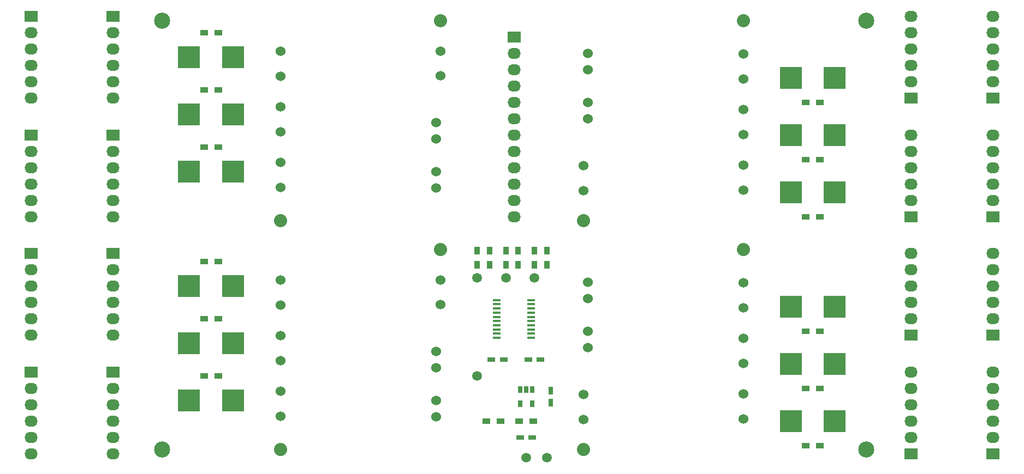
<source format=gbr>
G04 #@! TF.FileFunction,Soldermask,Top*
%FSLAX46Y46*%
G04 Gerber Fmt 4.6, Leading zero omitted, Abs format (unit mm)*
G04 Created by KiCad (PCBNEW 4.0.2-stable) date Friday, June 24, 2016 'pmt' 01:13:37 pm*
%MOMM*%
G01*
G04 APERTURE LIST*
%ADD10C,0.100000*%
%ADD11R,3.500000X3.500000*%
%ADD12R,2.032000X1.727200*%
%ADD13O,2.032000X1.727200*%
%ADD14R,1.200000X0.750000*%
%ADD15R,0.750000X1.200000*%
%ADD16R,1.200000X0.900000*%
%ADD17R,0.650000X1.060000*%
%ADD18R,1.270000X0.406400*%
%ADD19C,1.500000*%
%ADD20R,0.900000X1.200000*%
%ADD21C,2.500000*%
%ADD22C,1.524000*%
%ADD23C,2.032000*%
G04 APERTURE END LIST*
D10*
D11*
X96748600Y-67310000D03*
X89941400Y-67310000D03*
X96748600Y-76200000D03*
X89941400Y-76200000D03*
X96748600Y-85090000D03*
X89941400Y-85090000D03*
X96748600Y-102870000D03*
X89941400Y-102870000D03*
X96748600Y-111760000D03*
X89941400Y-111760000D03*
X96748600Y-120650000D03*
X89941400Y-120650000D03*
X183286400Y-123825000D03*
X190093600Y-123825000D03*
X183286400Y-114935000D03*
X190093600Y-114935000D03*
X183286400Y-106045000D03*
X190093600Y-106045000D03*
X183286400Y-88265000D03*
X190093600Y-88265000D03*
X183286400Y-79375000D03*
X190093600Y-79375000D03*
X183286400Y-70485000D03*
X190093600Y-70485000D03*
D12*
X78105000Y-79375000D03*
D13*
X78105000Y-81915000D03*
X78105000Y-84455000D03*
X78105000Y-86995000D03*
X78105000Y-89535000D03*
X78105000Y-92075000D03*
D12*
X78105000Y-116205000D03*
D13*
X78105000Y-118745000D03*
X78105000Y-121285000D03*
X78105000Y-123825000D03*
X78105000Y-126365000D03*
X78105000Y-128905000D03*
D12*
X65405000Y-116205000D03*
D13*
X65405000Y-118745000D03*
X65405000Y-121285000D03*
X65405000Y-123825000D03*
X65405000Y-126365000D03*
X65405000Y-128905000D03*
D12*
X78105000Y-97790000D03*
D13*
X78105000Y-100330000D03*
X78105000Y-102870000D03*
X78105000Y-105410000D03*
X78105000Y-107950000D03*
X78105000Y-110490000D03*
D12*
X65405000Y-97790000D03*
D13*
X65405000Y-100330000D03*
X65405000Y-102870000D03*
X65405000Y-105410000D03*
X65405000Y-107950000D03*
X65405000Y-110490000D03*
D12*
X214630000Y-128905000D03*
D13*
X214630000Y-126365000D03*
X214630000Y-123825000D03*
X214630000Y-121285000D03*
X214630000Y-118745000D03*
X214630000Y-116205000D03*
D12*
X201930000Y-128905000D03*
D13*
X201930000Y-126365000D03*
X201930000Y-123825000D03*
X201930000Y-121285000D03*
X201930000Y-118745000D03*
X201930000Y-116205000D03*
D12*
X201930000Y-110490000D03*
D13*
X201930000Y-107950000D03*
X201930000Y-105410000D03*
X201930000Y-102870000D03*
X201930000Y-100330000D03*
X201930000Y-97790000D03*
D12*
X214630000Y-110490000D03*
D13*
X214630000Y-107950000D03*
X214630000Y-105410000D03*
X214630000Y-102870000D03*
X214630000Y-100330000D03*
X214630000Y-97790000D03*
D12*
X214630000Y-92075000D03*
D13*
X214630000Y-89535000D03*
X214630000Y-86995000D03*
X214630000Y-84455000D03*
X214630000Y-81915000D03*
X214630000Y-79375000D03*
D12*
X201930000Y-92075000D03*
D13*
X201930000Y-89535000D03*
X201930000Y-86995000D03*
X201930000Y-84455000D03*
X201930000Y-81915000D03*
X201930000Y-79375000D03*
D12*
X201930000Y-73660000D03*
D13*
X201930000Y-71120000D03*
X201930000Y-68580000D03*
X201930000Y-66040000D03*
X201930000Y-63500000D03*
X201930000Y-60960000D03*
D12*
X214630000Y-73660000D03*
D13*
X214630000Y-71120000D03*
X214630000Y-68580000D03*
X214630000Y-66040000D03*
X214630000Y-63500000D03*
X214630000Y-60960000D03*
D12*
X65405000Y-79375000D03*
D13*
X65405000Y-81915000D03*
X65405000Y-84455000D03*
X65405000Y-86995000D03*
X65405000Y-89535000D03*
X65405000Y-92075000D03*
D12*
X78105000Y-60960000D03*
D13*
X78105000Y-63500000D03*
X78105000Y-66040000D03*
X78105000Y-68580000D03*
X78105000Y-71120000D03*
X78105000Y-73660000D03*
D12*
X65405000Y-60960000D03*
D13*
X65405000Y-63500000D03*
X65405000Y-66040000D03*
X65405000Y-68580000D03*
X65405000Y-71120000D03*
X65405000Y-73660000D03*
D14*
X143190000Y-126365000D03*
X141290000Y-126365000D03*
D15*
X146050000Y-120965000D03*
X146050000Y-119065000D03*
D14*
X136845000Y-114300000D03*
X138745000Y-114300000D03*
X144460000Y-114300000D03*
X142560000Y-114300000D03*
D12*
X140335000Y-64135000D03*
D13*
X140335000Y-66675000D03*
X140335000Y-69215000D03*
X140335000Y-71755000D03*
X140335000Y-74295000D03*
X140335000Y-76835000D03*
X140335000Y-79375000D03*
X140335000Y-81915000D03*
X140335000Y-84455000D03*
X140335000Y-86995000D03*
X140335000Y-89535000D03*
X140335000Y-92075000D03*
D16*
X143340000Y-123825000D03*
X141140000Y-123825000D03*
X138260000Y-123825000D03*
X136060000Y-123825000D03*
D17*
X143190000Y-118915000D03*
X142240000Y-118915000D03*
X141290000Y-118915000D03*
X141290000Y-121115000D03*
X143190000Y-121115000D03*
D18*
X137668000Y-105029000D03*
X137668000Y-105664000D03*
X137668000Y-106324400D03*
X137668000Y-106984800D03*
X137668000Y-107619800D03*
X137668000Y-108280200D03*
X137668000Y-108940600D03*
X137668000Y-109575600D03*
X137668000Y-110236000D03*
X137668000Y-110871000D03*
X143002000Y-110871000D03*
X143002000Y-110236000D03*
X143002000Y-109575600D03*
X143002000Y-108940600D03*
X143002000Y-108280200D03*
X143002000Y-107619800D03*
X143002000Y-106984800D03*
X143002000Y-106324400D03*
X143002000Y-105664000D03*
X143002000Y-105029000D03*
D19*
X145415000Y-129540000D03*
X134620000Y-116840000D03*
X142240000Y-129540000D03*
D20*
X143510000Y-99525000D03*
X143510000Y-97325000D03*
X136525000Y-99525000D03*
X136525000Y-97325000D03*
X140970000Y-99525000D03*
X140970000Y-97325000D03*
X145415000Y-99525000D03*
X145415000Y-97325000D03*
X134620000Y-99525000D03*
X134620000Y-97325000D03*
X139065000Y-99525000D03*
X139065000Y-97325000D03*
D16*
X92245000Y-63500000D03*
X94445000Y-63500000D03*
X92245000Y-72390000D03*
X94445000Y-72390000D03*
X92245000Y-81280000D03*
X94445000Y-81280000D03*
X92245000Y-99060000D03*
X94445000Y-99060000D03*
X92245000Y-107950000D03*
X94445000Y-107950000D03*
X92245000Y-116840000D03*
X94445000Y-116840000D03*
X187790000Y-127635000D03*
X185590000Y-127635000D03*
X187790000Y-118745000D03*
X185590000Y-118745000D03*
X187790000Y-109855000D03*
X185590000Y-109855000D03*
X187790000Y-92075000D03*
X185590000Y-92075000D03*
X187790000Y-83185000D03*
X185590000Y-83185000D03*
X187790000Y-74295000D03*
X185590000Y-74295000D03*
D19*
X143510000Y-101600000D03*
X134620000Y-101600000D03*
X139065000Y-101600000D03*
D21*
X85725000Y-61595000D03*
X85725000Y-128270000D03*
X194945000Y-61595000D03*
X194945000Y-128270000D03*
D22*
X128270000Y-87630000D03*
X128270000Y-85090000D03*
X128270000Y-80010000D03*
X128270000Y-77470000D03*
X128905000Y-70180200D03*
X128905000Y-66319400D03*
D23*
X128905000Y-61595000D03*
X104140000Y-92710000D03*
D22*
X104140000Y-66370200D03*
X104140000Y-70231000D03*
X104140000Y-75006200D03*
X104140000Y-78867000D03*
X104140000Y-83642200D03*
X104140000Y-87503000D03*
X151765000Y-66675000D03*
X151765000Y-69215000D03*
X151765000Y-74295000D03*
X151765000Y-76835000D03*
X151130000Y-84124800D03*
X151130000Y-87985600D03*
D23*
X151130000Y-92710000D03*
X175895000Y-61595000D03*
D22*
X175895000Y-87934800D03*
X175895000Y-84074000D03*
X175895000Y-79298800D03*
X175895000Y-75438000D03*
X175895000Y-70662800D03*
X175895000Y-66802000D03*
X151765000Y-102235000D03*
X151765000Y-104775000D03*
X151765000Y-109855000D03*
X151765000Y-112395000D03*
X151130000Y-119684800D03*
X151130000Y-123545600D03*
D23*
X151130000Y-128270000D03*
X175895000Y-97155000D03*
D22*
X175895000Y-123494800D03*
X175895000Y-119634000D03*
X175895000Y-114858800D03*
X175895000Y-110998000D03*
X175895000Y-106222800D03*
X175895000Y-102362000D03*
X128270000Y-123190000D03*
X128270000Y-120650000D03*
X128270000Y-115570000D03*
X128270000Y-113030000D03*
X128905000Y-105740200D03*
X128905000Y-101879400D03*
D23*
X128905000Y-97155000D03*
X104140000Y-128270000D03*
D22*
X104140000Y-101930200D03*
X104140000Y-105791000D03*
X104140000Y-110566200D03*
X104140000Y-114427000D03*
X104140000Y-119202200D03*
X104140000Y-123063000D03*
M02*

</source>
